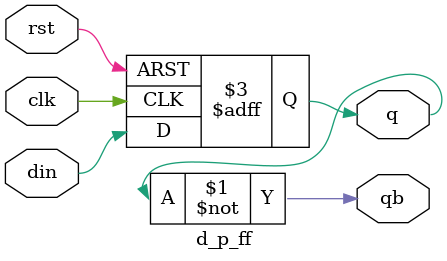
<source format=v>
module  d_p_ff(clk,rst,din,q,qb);
    input clk,rst,din;
    output reg q;
    output qb;

    assign qb = ~q;

    always @(posedge clk or posedge rst) begin
        if(rst) begin
            q<=1'b0;
        end
        else begin
            q<=din;
        end
        
    end
    
endmodule

</source>
